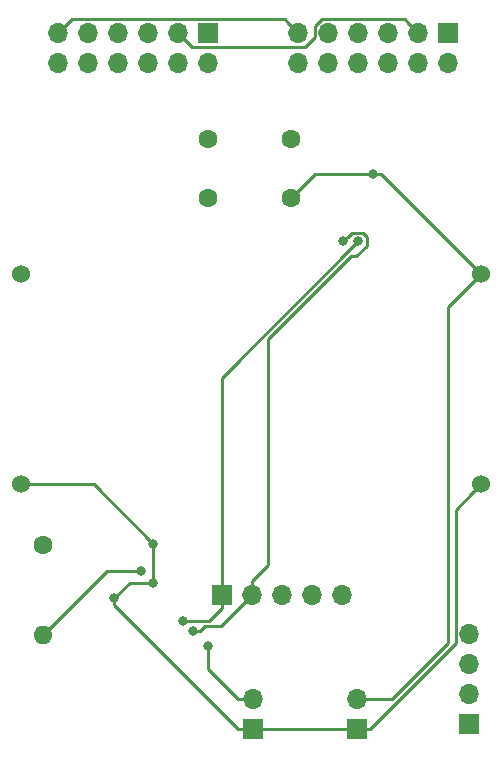
<source format=gbr>
G04 #@! TF.GenerationSoftware,KiCad,Pcbnew,5.1.4-e60b266~84~ubuntu19.04.1*
G04 #@! TF.CreationDate,2020-01-15T22:36:37+11:00*
G04 #@! TF.ProjectId,sid-board,7369642d-626f-4617-9264-2e6b69636164,rev?*
G04 #@! TF.SameCoordinates,Original*
G04 #@! TF.FileFunction,Copper,L2,Bot*
G04 #@! TF.FilePolarity,Positive*
%FSLAX46Y46*%
G04 Gerber Fmt 4.6, Leading zero omitted, Abs format (unit mm)*
G04 Created by KiCad (PCBNEW 5.1.4-e60b266~84~ubuntu19.04.1) date 2020-01-15 22:36:37*
%MOMM*%
%LPD*%
G04 APERTURE LIST*
%ADD10C,1.524000*%
%ADD11O,1.700000X1.700000*%
%ADD12R,1.700000X1.700000*%
%ADD13O,1.600000X1.600000*%
%ADD14C,1.600000*%
%ADD15C,0.800000*%
%ADD16C,0.250000*%
G04 APERTURE END LIST*
D10*
X103124000Y-85344000D03*
X103124000Y-103124000D03*
X64135000Y-103124000D03*
X64135000Y-85344000D03*
D11*
X87630000Y-67437000D03*
X87630000Y-64897000D03*
X90170000Y-67437000D03*
X90170000Y-64897000D03*
X92710000Y-67437000D03*
X92710000Y-64897000D03*
X95250000Y-67437000D03*
X95250000Y-64897000D03*
X97790000Y-67437000D03*
X97790000Y-64897000D03*
X100330000Y-67437000D03*
D12*
X100330000Y-64897000D03*
D11*
X67310000Y-67437000D03*
X67310000Y-64897000D03*
X69850000Y-67437000D03*
X69850000Y-64897000D03*
X72390000Y-67437000D03*
X72390000Y-64897000D03*
X74930000Y-67437000D03*
X74930000Y-64897000D03*
X77470000Y-67437000D03*
X77470000Y-64897000D03*
X80010000Y-67437000D03*
D12*
X80010000Y-64897000D03*
D13*
X66040000Y-115887500D03*
D14*
X66040000Y-108267500D03*
D11*
X91313000Y-112522000D03*
X88773000Y-112522000D03*
X86233000Y-112522000D03*
X83693000Y-112522000D03*
D12*
X81153000Y-112522000D03*
D11*
X102108000Y-115824000D03*
X102108000Y-118364000D03*
X102108000Y-120904000D03*
D12*
X102108000Y-123444000D03*
D11*
X83820000Y-121285000D03*
D12*
X83820000Y-123825000D03*
D11*
X92583000Y-121285000D03*
D12*
X92583000Y-123825000D03*
D14*
X86995000Y-73867000D03*
X86995000Y-78867000D03*
X80010000Y-73867000D03*
X80010000Y-78867000D03*
D15*
X91440000Y-82550000D03*
X92710000Y-82550000D03*
X75311000Y-108140500D03*
X72009000Y-112776000D03*
X75311000Y-111442500D03*
X77851000Y-114681000D03*
X93980000Y-76835000D03*
X78740000Y-115570000D03*
X74295000Y-110490000D03*
X80010000Y-116840000D03*
D16*
X86780001Y-64047001D02*
X87630000Y-64897000D01*
X86454999Y-63721999D02*
X86780001Y-64047001D01*
X68485001Y-63721999D02*
X86454999Y-63721999D01*
X67310000Y-64897000D02*
X68485001Y-63721999D01*
X96940001Y-64047001D02*
X97790000Y-64897000D01*
X96614999Y-63721999D02*
X96940001Y-64047001D01*
X89605999Y-63721999D02*
X96614999Y-63721999D01*
X88994999Y-64332999D02*
X89605999Y-63721999D01*
X88994999Y-65271003D02*
X88994999Y-64332999D01*
X88194001Y-66072001D02*
X88994999Y-65271003D01*
X78645001Y-66072001D02*
X88194001Y-66072001D01*
X77470000Y-64897000D02*
X78645001Y-66072001D01*
X100932999Y-116575001D02*
X100932999Y-105315001D01*
X102362001Y-103885999D02*
X103124000Y-103124000D01*
X100932999Y-105315001D02*
X102362001Y-103885999D01*
X93683000Y-123825000D02*
X100932999Y-116575001D01*
X92583000Y-123825000D02*
X93683000Y-123825000D01*
X92583000Y-123825000D02*
X83820000Y-123825000D01*
X73342500Y-111442500D02*
X75311000Y-111442500D01*
X72009000Y-112776000D02*
X73342500Y-111442500D01*
X75311000Y-111442500D02*
X75311000Y-108140500D01*
X82720000Y-123825000D02*
X83820000Y-123825000D01*
X82492315Y-123825000D02*
X82720000Y-123825000D01*
X72009000Y-113341685D02*
X82492315Y-123825000D01*
X72009000Y-112776000D02*
X72009000Y-113341685D01*
X70294500Y-103124000D02*
X75311000Y-108140500D01*
X64135000Y-103124000D02*
X70294500Y-103124000D01*
X91839999Y-82150001D02*
X91440000Y-82550000D01*
X92165001Y-81824999D02*
X91839999Y-82150001D01*
X93435001Y-82201999D02*
X93058001Y-81824999D01*
X93058001Y-81824999D02*
X92165001Y-81824999D01*
X92513002Y-83820000D02*
X93435001Y-82898001D01*
X93435001Y-82898001D02*
X93435001Y-82201999D01*
X92076410Y-83820000D02*
X92513002Y-83820000D01*
X85090000Y-90806410D02*
X92076410Y-83820000D01*
X85090000Y-109922919D02*
X85090000Y-90806410D01*
X83693000Y-111319919D02*
X85090000Y-109922919D01*
X83693000Y-112522000D02*
X83693000Y-111319919D01*
X82843001Y-113371999D02*
X83693000Y-112522000D01*
X81083990Y-115131010D02*
X82843001Y-113371999D01*
X79744675Y-115131010D02*
X81083990Y-115131010D01*
X79305685Y-115570000D02*
X79744675Y-115131010D01*
X78740000Y-115570000D02*
X79305685Y-115570000D01*
X94615000Y-76835000D02*
X93980000Y-76835000D01*
X103124000Y-85344000D02*
X94615000Y-76835000D01*
X89027000Y-76835000D02*
X86995000Y-78867000D01*
X93980000Y-76835000D02*
X89027000Y-76835000D01*
X100330000Y-88138000D02*
X103124000Y-85344000D01*
X100330000Y-116541590D02*
X100330000Y-88138000D01*
X92583000Y-121285000D02*
X95586590Y-121285000D01*
X95586590Y-121285000D02*
X100330000Y-116541590D01*
X74295000Y-110490000D02*
X71437500Y-110490000D01*
X71437500Y-110490000D02*
X66040000Y-115887500D01*
X83820000Y-121285000D02*
X82550000Y-121285000D01*
X80010000Y-118745000D02*
X80010000Y-116840000D01*
X82550000Y-121285000D02*
X80010000Y-118745000D01*
X81153000Y-113622000D02*
X81153000Y-112522000D01*
X80094000Y-114681000D02*
X81153000Y-113622000D01*
X77851000Y-114681000D02*
X80094000Y-114681000D01*
X81153000Y-94107000D02*
X92710000Y-82550000D01*
X81153000Y-112522000D02*
X81153000Y-94107000D01*
M02*

</source>
